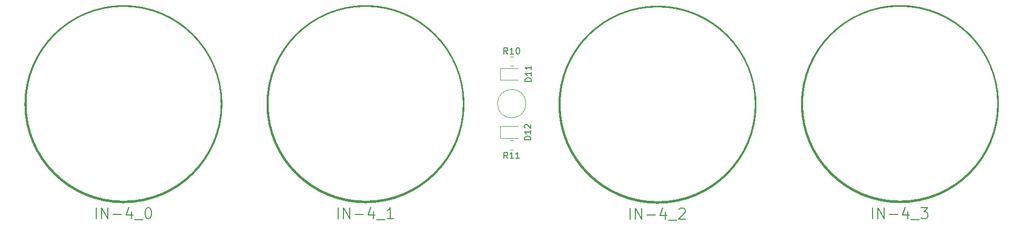
<source format=gbr>
%TF.GenerationSoftware,KiCad,Pcbnew,9.0.0*%
%TF.CreationDate,2025-03-11T11:24:58+01:00*%
%TF.ProjectId,CNIX V2 Tube Board,434e4958-2056-4322-9054-75626520426f,rev?*%
%TF.SameCoordinates,Original*%
%TF.FileFunction,Legend,Top*%
%TF.FilePolarity,Positive*%
%FSLAX46Y46*%
G04 Gerber Fmt 4.6, Leading zero omitted, Abs format (unit mm)*
G04 Created by KiCad (PCBNEW 9.0.0) date 2025-03-11 11:24:58*
%MOMM*%
%LPD*%
G01*
G04 APERTURE LIST*
%ADD10C,0.152400*%
%ADD11C,0.150000*%
%ADD12C,0.254000*%
%ADD13C,0.120000*%
G04 APERTURE END LIST*
D10*
X206597333Y-118900972D02*
X206597333Y-117122972D01*
X207444000Y-118900972D02*
X207444000Y-117122972D01*
X207444000Y-117122972D02*
X208460000Y-118900972D01*
X208460000Y-118900972D02*
X208460000Y-117122972D01*
X209306667Y-118223639D02*
X210661334Y-118223639D01*
X212270000Y-117715639D02*
X212270000Y-118900972D01*
X211846667Y-117038306D02*
X211423333Y-118308306D01*
X211423333Y-118308306D02*
X212524000Y-118308306D01*
X212778000Y-119070306D02*
X214132666Y-119070306D01*
X214386667Y-117122972D02*
X215487333Y-117122972D01*
X215487333Y-117122972D02*
X214894667Y-117800306D01*
X214894667Y-117800306D02*
X215148667Y-117800306D01*
X215148667Y-117800306D02*
X215318000Y-117884972D01*
X215318000Y-117884972D02*
X215402667Y-117969639D01*
X215402667Y-117969639D02*
X215487333Y-118138972D01*
X215487333Y-118138972D02*
X215487333Y-118562306D01*
X215487333Y-118562306D02*
X215402667Y-118731639D01*
X215402667Y-118731639D02*
X215318000Y-118816306D01*
X215318000Y-118816306D02*
X215148667Y-118900972D01*
X215148667Y-118900972D02*
X214640667Y-118900972D01*
X214640667Y-118900972D02*
X214471333Y-118816306D01*
X214471333Y-118816306D02*
X214386667Y-118731639D01*
X81597333Y-118914612D02*
X81597333Y-117136612D01*
X82444000Y-118914612D02*
X82444000Y-117136612D01*
X82444000Y-117136612D02*
X83460000Y-118914612D01*
X83460000Y-118914612D02*
X83460000Y-117136612D01*
X84306667Y-118237279D02*
X85661334Y-118237279D01*
X87270000Y-117729279D02*
X87270000Y-118914612D01*
X86846667Y-117051946D02*
X86423333Y-118321946D01*
X86423333Y-118321946D02*
X87524000Y-118321946D01*
X87778000Y-119083946D02*
X89132666Y-119083946D01*
X89894667Y-117136612D02*
X90064000Y-117136612D01*
X90064000Y-117136612D02*
X90233333Y-117221279D01*
X90233333Y-117221279D02*
X90318000Y-117305946D01*
X90318000Y-117305946D02*
X90402667Y-117475279D01*
X90402667Y-117475279D02*
X90487333Y-117813946D01*
X90487333Y-117813946D02*
X90487333Y-118237279D01*
X90487333Y-118237279D02*
X90402667Y-118575946D01*
X90402667Y-118575946D02*
X90318000Y-118745279D01*
X90318000Y-118745279D02*
X90233333Y-118829946D01*
X90233333Y-118829946D02*
X90064000Y-118914612D01*
X90064000Y-118914612D02*
X89894667Y-118914612D01*
X89894667Y-118914612D02*
X89725333Y-118829946D01*
X89725333Y-118829946D02*
X89640667Y-118745279D01*
X89640667Y-118745279D02*
X89556000Y-118575946D01*
X89556000Y-118575946D02*
X89471333Y-118237279D01*
X89471333Y-118237279D02*
X89471333Y-117813946D01*
X89471333Y-117813946D02*
X89556000Y-117475279D01*
X89556000Y-117475279D02*
X89640667Y-117305946D01*
X89640667Y-117305946D02*
X89725333Y-117221279D01*
X89725333Y-117221279D02*
X89894667Y-117136612D01*
X167564313Y-119000972D02*
X167564313Y-117222972D01*
X168410980Y-119000972D02*
X168410980Y-117222972D01*
X168410980Y-117222972D02*
X169426980Y-119000972D01*
X169426980Y-119000972D02*
X169426980Y-117222972D01*
X170273647Y-118323639D02*
X171628314Y-118323639D01*
X173236980Y-117815639D02*
X173236980Y-119000972D01*
X172813647Y-117138306D02*
X172390313Y-118408306D01*
X172390313Y-118408306D02*
X173490980Y-118408306D01*
X173744980Y-119170306D02*
X175099646Y-119170306D01*
X175438313Y-117392306D02*
X175522980Y-117307639D01*
X175522980Y-117307639D02*
X175692313Y-117222972D01*
X175692313Y-117222972D02*
X176115647Y-117222972D01*
X176115647Y-117222972D02*
X176284980Y-117307639D01*
X176284980Y-117307639D02*
X176369647Y-117392306D01*
X176369647Y-117392306D02*
X176454313Y-117561639D01*
X176454313Y-117561639D02*
X176454313Y-117730972D01*
X176454313Y-117730972D02*
X176369647Y-117984972D01*
X176369647Y-117984972D02*
X175353647Y-119000972D01*
X175353647Y-119000972D02*
X176454313Y-119000972D01*
D11*
X147857142Y-92404819D02*
X147523809Y-91928628D01*
X147285714Y-92404819D02*
X147285714Y-91404819D01*
X147285714Y-91404819D02*
X147666666Y-91404819D01*
X147666666Y-91404819D02*
X147761904Y-91452438D01*
X147761904Y-91452438D02*
X147809523Y-91500057D01*
X147809523Y-91500057D02*
X147857142Y-91595295D01*
X147857142Y-91595295D02*
X147857142Y-91738152D01*
X147857142Y-91738152D02*
X147809523Y-91833390D01*
X147809523Y-91833390D02*
X147761904Y-91881009D01*
X147761904Y-91881009D02*
X147666666Y-91928628D01*
X147666666Y-91928628D02*
X147285714Y-91928628D01*
X148809523Y-92404819D02*
X148238095Y-92404819D01*
X148523809Y-92404819D02*
X148523809Y-91404819D01*
X148523809Y-91404819D02*
X148428571Y-91547676D01*
X148428571Y-91547676D02*
X148333333Y-91642914D01*
X148333333Y-91642914D02*
X148238095Y-91690533D01*
X149428571Y-91404819D02*
X149523809Y-91404819D01*
X149523809Y-91404819D02*
X149619047Y-91452438D01*
X149619047Y-91452438D02*
X149666666Y-91500057D01*
X149666666Y-91500057D02*
X149714285Y-91595295D01*
X149714285Y-91595295D02*
X149761904Y-91785771D01*
X149761904Y-91785771D02*
X149761904Y-92023866D01*
X149761904Y-92023866D02*
X149714285Y-92214342D01*
X149714285Y-92214342D02*
X149666666Y-92309580D01*
X149666666Y-92309580D02*
X149619047Y-92357200D01*
X149619047Y-92357200D02*
X149523809Y-92404819D01*
X149523809Y-92404819D02*
X149428571Y-92404819D01*
X149428571Y-92404819D02*
X149333333Y-92357200D01*
X149333333Y-92357200D02*
X149285714Y-92309580D01*
X149285714Y-92309580D02*
X149238095Y-92214342D01*
X149238095Y-92214342D02*
X149190476Y-92023866D01*
X149190476Y-92023866D02*
X149190476Y-91785771D01*
X149190476Y-91785771D02*
X149238095Y-91595295D01*
X149238095Y-91595295D02*
X149285714Y-91500057D01*
X149285714Y-91500057D02*
X149333333Y-91452438D01*
X149333333Y-91452438D02*
X149428571Y-91404819D01*
X151654819Y-96814285D02*
X150654819Y-96814285D01*
X150654819Y-96814285D02*
X150654819Y-96576190D01*
X150654819Y-96576190D02*
X150702438Y-96433333D01*
X150702438Y-96433333D02*
X150797676Y-96338095D01*
X150797676Y-96338095D02*
X150892914Y-96290476D01*
X150892914Y-96290476D02*
X151083390Y-96242857D01*
X151083390Y-96242857D02*
X151226247Y-96242857D01*
X151226247Y-96242857D02*
X151416723Y-96290476D01*
X151416723Y-96290476D02*
X151511961Y-96338095D01*
X151511961Y-96338095D02*
X151607200Y-96433333D01*
X151607200Y-96433333D02*
X151654819Y-96576190D01*
X151654819Y-96576190D02*
X151654819Y-96814285D01*
X151654819Y-95290476D02*
X151654819Y-95861904D01*
X151654819Y-95576190D02*
X150654819Y-95576190D01*
X150654819Y-95576190D02*
X150797676Y-95671428D01*
X150797676Y-95671428D02*
X150892914Y-95766666D01*
X150892914Y-95766666D02*
X150940533Y-95861904D01*
X151654819Y-94338095D02*
X151654819Y-94909523D01*
X151654819Y-94623809D02*
X150654819Y-94623809D01*
X150654819Y-94623809D02*
X150797676Y-94719047D01*
X150797676Y-94719047D02*
X150892914Y-94814285D01*
X150892914Y-94814285D02*
X150940533Y-94909523D01*
X147857142Y-109229820D02*
X147523809Y-108753629D01*
X147285714Y-109229820D02*
X147285714Y-108229820D01*
X147285714Y-108229820D02*
X147666666Y-108229820D01*
X147666666Y-108229820D02*
X147761904Y-108277439D01*
X147761904Y-108277439D02*
X147809523Y-108325058D01*
X147809523Y-108325058D02*
X147857142Y-108420296D01*
X147857142Y-108420296D02*
X147857142Y-108563153D01*
X147857142Y-108563153D02*
X147809523Y-108658391D01*
X147809523Y-108658391D02*
X147761904Y-108706010D01*
X147761904Y-108706010D02*
X147666666Y-108753629D01*
X147666666Y-108753629D02*
X147285714Y-108753629D01*
X148809523Y-109229820D02*
X148238095Y-109229820D01*
X148523809Y-109229820D02*
X148523809Y-108229820D01*
X148523809Y-108229820D02*
X148428571Y-108372677D01*
X148428571Y-108372677D02*
X148333333Y-108467915D01*
X148333333Y-108467915D02*
X148238095Y-108515534D01*
X149761904Y-109229820D02*
X149190476Y-109229820D01*
X149476190Y-109229820D02*
X149476190Y-108229820D01*
X149476190Y-108229820D02*
X149380952Y-108372677D01*
X149380952Y-108372677D02*
X149285714Y-108467915D01*
X149285714Y-108467915D02*
X149190476Y-108515534D01*
X151554819Y-106214285D02*
X150554819Y-106214285D01*
X150554819Y-106214285D02*
X150554819Y-105976190D01*
X150554819Y-105976190D02*
X150602438Y-105833333D01*
X150602438Y-105833333D02*
X150697676Y-105738095D01*
X150697676Y-105738095D02*
X150792914Y-105690476D01*
X150792914Y-105690476D02*
X150983390Y-105642857D01*
X150983390Y-105642857D02*
X151126247Y-105642857D01*
X151126247Y-105642857D02*
X151316723Y-105690476D01*
X151316723Y-105690476D02*
X151411961Y-105738095D01*
X151411961Y-105738095D02*
X151507200Y-105833333D01*
X151507200Y-105833333D02*
X151554819Y-105976190D01*
X151554819Y-105976190D02*
X151554819Y-106214285D01*
X151554819Y-104690476D02*
X151554819Y-105261904D01*
X151554819Y-104976190D02*
X150554819Y-104976190D01*
X150554819Y-104976190D02*
X150697676Y-105071428D01*
X150697676Y-105071428D02*
X150792914Y-105166666D01*
X150792914Y-105166666D02*
X150840533Y-105261904D01*
X150650057Y-104309523D02*
X150602438Y-104261904D01*
X150602438Y-104261904D02*
X150554819Y-104166666D01*
X150554819Y-104166666D02*
X150554819Y-103928571D01*
X150554819Y-103928571D02*
X150602438Y-103833333D01*
X150602438Y-103833333D02*
X150650057Y-103785714D01*
X150650057Y-103785714D02*
X150745295Y-103738095D01*
X150745295Y-103738095D02*
X150840533Y-103738095D01*
X150840533Y-103738095D02*
X150983390Y-103785714D01*
X150983390Y-103785714D02*
X151554819Y-104357142D01*
X151554819Y-104357142D02*
X151554819Y-103738095D01*
D10*
X120564313Y-118914612D02*
X120564313Y-117136612D01*
X121410980Y-118914612D02*
X121410980Y-117136612D01*
X121410980Y-117136612D02*
X122426980Y-118914612D01*
X122426980Y-118914612D02*
X122426980Y-117136612D01*
X123273647Y-118237279D02*
X124628314Y-118237279D01*
X126236980Y-117729279D02*
X126236980Y-118914612D01*
X125813647Y-117051946D02*
X125390313Y-118321946D01*
X125390313Y-118321946D02*
X126490980Y-118321946D01*
X126744980Y-119083946D02*
X128099646Y-119083946D01*
X129454313Y-118914612D02*
X128438313Y-118914612D01*
X128946313Y-118914612D02*
X128946313Y-117136612D01*
X128946313Y-117136612D02*
X128776980Y-117390612D01*
X128776980Y-117390612D02*
X128607647Y-117559946D01*
X128607647Y-117559946D02*
X128438313Y-117644612D01*
D12*
%TO.C,U13*%
X226816580Y-100486360D02*
G75*
G02*
X195183420Y-100486360I-15816580J0D01*
G01*
X195183420Y-100486360D02*
G75*
G02*
X226816580Y-100486360I15816580J0D01*
G01*
X226786100Y-100400000D02*
G75*
G02*
X195279940Y-100400000I-15753080J0D01*
G01*
X195279940Y-100400000D02*
G75*
G02*
X226786100Y-100400000I15753080J0D01*
G01*
D13*
%TO.C,H1*%
X150786000Y-100400000D02*
G75*
G02*
X146214000Y-100400000I-2286000J0D01*
G01*
X146214000Y-100400000D02*
G75*
G02*
X150786000Y-100400000I2286000J0D01*
G01*
D12*
%TO.C,U10*%
X101816580Y-100500000D02*
G75*
G02*
X70183420Y-100500000I-15816580J0D01*
G01*
X70183420Y-100500000D02*
G75*
G02*
X101816580Y-100500000I15816580J0D01*
G01*
X101786100Y-100413640D02*
G75*
G02*
X70279940Y-100413640I-15753080J0D01*
G01*
X70279940Y-100413640D02*
G75*
G02*
X101786100Y-100413640I15753080J0D01*
G01*
%TO.C,U12*%
X187783560Y-100586360D02*
G75*
G02*
X156150400Y-100586360I-15816580J0D01*
G01*
X156150400Y-100586360D02*
G75*
G02*
X187783560Y-100586360I15816580J0D01*
G01*
X187753080Y-100500000D02*
G75*
G02*
X156246920Y-100500000I-15753080J0D01*
G01*
X156246920Y-100500000D02*
G75*
G02*
X187753080Y-100500000I15753080J0D01*
G01*
D13*
%TO.C,R10*%
X148272936Y-92815000D02*
X148727064Y-92815000D01*
X148272936Y-94285000D02*
X148727064Y-94285000D01*
%TO.C,D11*%
X146640000Y-94690000D02*
X146640000Y-96610000D01*
X146640000Y-96610000D02*
X149500000Y-96610000D01*
X149500000Y-94690000D02*
X146640000Y-94690000D01*
%TO.C,R11*%
X148272936Y-106340001D02*
X148727064Y-106340001D01*
X148272936Y-107810001D02*
X148727064Y-107810001D01*
%TO.C,D12*%
X146640000Y-104015001D02*
X146640000Y-105935001D01*
X146640000Y-105935001D02*
X149500000Y-105935001D01*
X149500000Y-104015001D02*
X146640000Y-104015001D01*
D12*
%TO.C,U11*%
X140783560Y-100500000D02*
G75*
G02*
X109150400Y-100500000I-15816580J0D01*
G01*
X109150400Y-100500000D02*
G75*
G02*
X140783560Y-100500000I15816580J0D01*
G01*
X140753080Y-100413640D02*
G75*
G02*
X109246920Y-100413640I-15753080J0D01*
G01*
X109246920Y-100413640D02*
G75*
G02*
X140753080Y-100413640I15753080J0D01*
G01*
%TD*%
M02*

</source>
